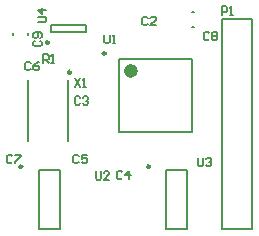
<source format=gto>
G04 Layer_Color=65535*
%FSLAX44Y44*%
%MOMM*%
G71*
G01*
G75*
%ADD26C,0.2500*%
%ADD27C,0.6000*%
%ADD28C,0.2000*%
%ADD29C,0.1270*%
D26*
X373490Y306950D02*
G03*
X373490Y306950I-1250J0D01*
G01*
X265540D02*
G03*
X265540Y306950I-1250J0D01*
G01*
X306770Y386830D02*
G03*
X306770Y386830I-1250J0D01*
G01*
X336209Y402780D02*
G03*
X336209Y402780I-1250J0D01*
G01*
X288050Y412180D02*
G03*
X288050Y412180I-1250J0D01*
G01*
D27*
X360459Y388030D02*
G03*
X360459Y388030I-3000J0D01*
G01*
D28*
X387240Y254400D02*
X405240D01*
X387240Y304400D02*
X405240D01*
Y254400D02*
Y304400D01*
X387240Y254400D02*
Y304400D01*
X279290Y254400D02*
Y304400D01*
X297290Y254400D02*
Y304400D01*
X279290D02*
X297290D01*
X279290Y254400D02*
X297290D01*
X304020Y328330D02*
Y380330D01*
X270020Y328330D02*
Y380330D01*
X347459Y336030D02*
X409459D01*
X347459Y398030D02*
X409459D01*
Y336030D02*
Y398030D01*
X347459Y336030D02*
Y398030D01*
X434340Y431800D02*
X459740D01*
Y254000D02*
Y431800D01*
X434340Y254000D02*
X459740D01*
X434340D02*
Y431800D01*
X409210Y425550D02*
X411210D01*
X409210Y438050D02*
X411210D01*
X257910Y418100D02*
Y420100D01*
X270410Y418100D02*
Y420100D01*
X289800Y421180D02*
Y427180D01*
X319800Y421180D02*
Y427180D01*
X289800Y421180D02*
X319800D01*
X289800Y427180D02*
X319800D01*
D29*
X414020Y314338D02*
Y308506D01*
X415186Y307340D01*
X417519D01*
X418685Y308506D01*
Y314338D01*
X421018Y313172D02*
X422184Y314338D01*
X424517D01*
X425683Y313172D01*
Y312005D01*
X424517Y310839D01*
X423350D01*
X424517D01*
X425683Y309673D01*
Y308506D01*
X424517Y307340D01*
X422184D01*
X421018Y308506D01*
X327500Y302988D02*
Y297156D01*
X328666Y295990D01*
X330999D01*
X332165Y297156D01*
Y302988D01*
X339163Y295990D02*
X334498D01*
X339163Y300655D01*
Y301821D01*
X337997Y302988D01*
X335664D01*
X334498Y301821D01*
X371694Y432551D02*
X370528Y433717D01*
X368195D01*
X367029Y432551D01*
Y427886D01*
X368195Y426720D01*
X370528D01*
X371694Y427886D01*
X378692Y426720D02*
X374027D01*
X378692Y431385D01*
Y432551D01*
X377526Y433717D01*
X375193D01*
X374027Y432551D01*
X314545Y365242D02*
X313379Y366408D01*
X311046D01*
X309880Y365242D01*
Y360576D01*
X311046Y359410D01*
X313379D01*
X314545Y360576D01*
X316878Y365242D02*
X318044Y366408D01*
X320377D01*
X321543Y365242D01*
Y364075D01*
X320377Y362909D01*
X319210D01*
X320377D01*
X321543Y361743D01*
Y360576D01*
X320377Y359410D01*
X318044D01*
X316878Y360576D01*
X350265Y302141D02*
X349099Y303308D01*
X346766D01*
X345600Y302141D01*
Y297476D01*
X346766Y296310D01*
X349099D01*
X350265Y297476D01*
X356097Y296310D02*
Y303308D01*
X352598Y299809D01*
X357263D01*
X313415Y315831D02*
X312249Y316998D01*
X309916D01*
X308750Y315831D01*
Y311166D01*
X309916Y310000D01*
X312249D01*
X313415Y311166D01*
X320413Y316998D02*
X315748D01*
Y313499D01*
X318080Y314665D01*
X319247D01*
X320413Y313499D01*
Y311166D01*
X319247Y310000D01*
X316914D01*
X315748Y311166D01*
X272635Y394451D02*
X271469Y395618D01*
X269136D01*
X267970Y394451D01*
Y389786D01*
X269136Y388620D01*
X271469D01*
X272635Y389786D01*
X279633Y395618D02*
X277300Y394451D01*
X274968Y392119D01*
Y389786D01*
X276134Y388620D01*
X278467D01*
X279633Y389786D01*
Y390953D01*
X278467Y392119D01*
X274968D01*
X257165Y315831D02*
X255999Y316998D01*
X253666D01*
X252500Y315831D01*
Y311166D01*
X253666Y310000D01*
X255999D01*
X257165Y311166D01*
X259498Y316998D02*
X264163D01*
Y315831D01*
X259498Y311166D01*
Y310000D01*
X283210Y394970D02*
Y401968D01*
X286709D01*
X287875Y400802D01*
Y398469D01*
X286709Y397303D01*
X283210D01*
X285543D02*
X287875Y394970D01*
X290208D02*
X292540D01*
X291374D01*
Y401968D01*
X290208Y400802D01*
X309880Y381648D02*
X314545Y374650D01*
Y381648D02*
X309880Y374650D01*
X316878D02*
X319210D01*
X318044D01*
Y381648D01*
X316878Y380481D01*
X334959Y418477D02*
Y412646D01*
X336125Y411480D01*
X338458D01*
X339624Y412646D01*
Y418477D01*
X341957Y411480D02*
X344290D01*
X343123D01*
Y418477D01*
X341957Y417311D01*
X434340Y435610D02*
Y442608D01*
X437839D01*
X439005Y441441D01*
Y439109D01*
X437839Y437943D01*
X434340D01*
X441338Y435610D02*
X443670D01*
X442504D01*
Y442608D01*
X441338Y441441D01*
X423765Y419851D02*
X422599Y421018D01*
X420266D01*
X419100Y419851D01*
Y415186D01*
X420266Y414020D01*
X422599D01*
X423765Y415186D01*
X426098Y419851D02*
X427264Y421018D01*
X429597D01*
X430763Y419851D01*
Y418685D01*
X429597Y417519D01*
X430763Y416353D01*
Y415186D01*
X429597Y414020D01*
X427264D01*
X426098Y415186D01*
Y416353D01*
X427264Y417519D01*
X426098Y418685D01*
Y419851D01*
X427264Y417519D02*
X429597D01*
X276108Y413605D02*
X274942Y412439D01*
Y410106D01*
X276108Y408940D01*
X280774D01*
X281940Y410106D01*
Y412439D01*
X280774Y413605D01*
Y415938D02*
X281940Y417104D01*
Y419437D01*
X280774Y420603D01*
X276108D01*
X274942Y419437D01*
Y417104D01*
X276108Y415938D01*
X277275D01*
X278441Y417104D01*
Y420603D01*
X278752Y429260D02*
X284584D01*
X285750Y430426D01*
Y432759D01*
X284584Y433925D01*
X278752D01*
X285750Y439757D02*
X278752D01*
X282251Y436258D01*
Y440923D01*
M02*

</source>
